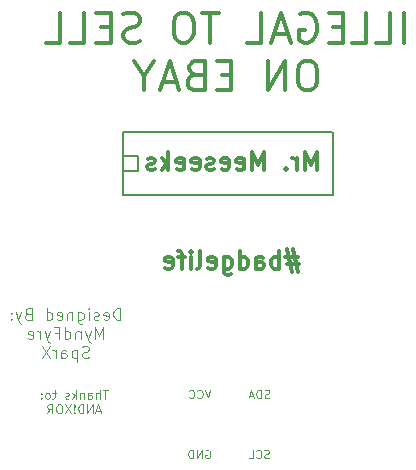
<source format=gbo>
G04 #@! TF.FileFunction,Legend,Bot*
%FSLAX46Y46*%
G04 Gerber Fmt 4.6, Leading zero omitted, Abs format (unit mm)*
G04 Created by KiCad (PCBNEW 4.0.7) date 05/31/18 15:48:07*
%MOMM*%
%LPD*%
G01*
G04 APERTURE LIST*
%ADD10C,0.100000*%
%ADD11C,0.300000*%
%ADD12C,0.150000*%
%ADD13C,2.100000*%
%ADD14O,2.100000X2.100000*%
%ADD15R,1.000000X0.900000*%
%ADD16R,2.400000X2.100000*%
%ADD17R,0.908000X1.543000*%
G04 APERTURE END LIST*
D10*
D11*
X113958401Y-89352152D02*
X113958401Y-86852152D01*
X111577449Y-89352152D02*
X112767925Y-89352152D01*
X112767925Y-86852152D01*
X109553639Y-89352152D02*
X110744115Y-89352152D01*
X110744115Y-86852152D01*
X108720305Y-88042629D02*
X107886972Y-88042629D01*
X107529829Y-89352152D02*
X108720305Y-89352152D01*
X108720305Y-86852152D01*
X107529829Y-86852152D01*
X105148876Y-86971200D02*
X105386971Y-86852152D01*
X105744114Y-86852152D01*
X106101257Y-86971200D01*
X106339352Y-87209295D01*
X106458400Y-87447390D01*
X106577448Y-87923581D01*
X106577448Y-88280724D01*
X106458400Y-88756914D01*
X106339352Y-88995010D01*
X106101257Y-89233105D01*
X105744114Y-89352152D01*
X105506019Y-89352152D01*
X105148876Y-89233105D01*
X105029828Y-89114057D01*
X105029828Y-88280724D01*
X105506019Y-88280724D01*
X104077448Y-88637867D02*
X102886971Y-88637867D01*
X104315543Y-89352152D02*
X103482209Y-86852152D01*
X102648876Y-89352152D01*
X100625067Y-89352152D02*
X101815543Y-89352152D01*
X101815543Y-86852152D01*
X98244114Y-86852152D02*
X96815542Y-86852152D01*
X97529828Y-89352152D02*
X97529828Y-86852152D01*
X95506018Y-86852152D02*
X95029828Y-86852152D01*
X94791733Y-86971200D01*
X94553637Y-87209295D01*
X94434590Y-87685486D01*
X94434590Y-88518819D01*
X94553637Y-88995010D01*
X94791733Y-89233105D01*
X95029828Y-89352152D01*
X95506018Y-89352152D01*
X95744114Y-89233105D01*
X95982209Y-88995010D01*
X96101257Y-88518819D01*
X96101257Y-87685486D01*
X95982209Y-87209295D01*
X95744114Y-86971200D01*
X95506018Y-86852152D01*
X91577447Y-89233105D02*
X91220304Y-89352152D01*
X90625066Y-89352152D01*
X90386970Y-89233105D01*
X90267923Y-89114057D01*
X90148875Y-88875962D01*
X90148875Y-88637867D01*
X90267923Y-88399771D01*
X90386970Y-88280724D01*
X90625066Y-88161676D01*
X91101256Y-88042629D01*
X91339351Y-87923581D01*
X91458399Y-87804533D01*
X91577447Y-87566438D01*
X91577447Y-87328343D01*
X91458399Y-87090248D01*
X91339351Y-86971200D01*
X91101256Y-86852152D01*
X90506018Y-86852152D01*
X90148875Y-86971200D01*
X89077447Y-88042629D02*
X88244114Y-88042629D01*
X87886971Y-89352152D02*
X89077447Y-89352152D01*
X89077447Y-86852152D01*
X87886971Y-86852152D01*
X85625066Y-89352152D02*
X86815542Y-89352152D01*
X86815542Y-86852152D01*
X83601256Y-89352152D02*
X84791732Y-89352152D01*
X84791732Y-86852152D01*
X105982209Y-90902152D02*
X105506019Y-90902152D01*
X105267924Y-91021200D01*
X105029828Y-91259295D01*
X104910781Y-91735486D01*
X104910781Y-92568819D01*
X105029828Y-93045010D01*
X105267924Y-93283105D01*
X105506019Y-93402152D01*
X105982209Y-93402152D01*
X106220305Y-93283105D01*
X106458400Y-93045010D01*
X106577448Y-92568819D01*
X106577448Y-91735486D01*
X106458400Y-91259295D01*
X106220305Y-91021200D01*
X105982209Y-90902152D01*
X103839352Y-93402152D02*
X103839352Y-90902152D01*
X102410780Y-93402152D01*
X102410780Y-90902152D01*
X99315542Y-92092629D02*
X98482209Y-92092629D01*
X98125066Y-93402152D02*
X99315542Y-93402152D01*
X99315542Y-90902152D01*
X98125066Y-90902152D01*
X96220304Y-92092629D02*
X95863161Y-92211676D01*
X95744113Y-92330724D01*
X95625065Y-92568819D01*
X95625065Y-92925962D01*
X95744113Y-93164057D01*
X95863161Y-93283105D01*
X96101256Y-93402152D01*
X97053637Y-93402152D01*
X97053637Y-90902152D01*
X96220304Y-90902152D01*
X95982208Y-91021200D01*
X95863161Y-91140248D01*
X95744113Y-91378343D01*
X95744113Y-91616438D01*
X95863161Y-91854533D01*
X95982208Y-91973581D01*
X96220304Y-92092629D01*
X97053637Y-92092629D01*
X94672685Y-92687867D02*
X93482208Y-92687867D01*
X94910780Y-93402152D02*
X94077446Y-90902152D01*
X93244113Y-93402152D01*
X91934589Y-92211676D02*
X91934589Y-93402152D01*
X92767923Y-90902152D02*
X91934589Y-92211676D01*
X91101256Y-90902152D01*
X106548297Y-100119571D02*
X106548297Y-98619571D01*
X106048297Y-99691000D01*
X105548297Y-98619571D01*
X105548297Y-100119571D01*
X104834011Y-100119571D02*
X104834011Y-99119571D01*
X104834011Y-99405286D02*
X104762583Y-99262429D01*
X104691154Y-99191000D01*
X104548297Y-99119571D01*
X104405440Y-99119571D01*
X103905440Y-99976714D02*
X103834012Y-100048143D01*
X103905440Y-100119571D01*
X103976869Y-100048143D01*
X103905440Y-99976714D01*
X103905440Y-100119571D01*
X102048297Y-100119571D02*
X102048297Y-98619571D01*
X101548297Y-99691000D01*
X101048297Y-98619571D01*
X101048297Y-100119571D01*
X99762583Y-100048143D02*
X99905440Y-100119571D01*
X100191154Y-100119571D01*
X100334011Y-100048143D01*
X100405440Y-99905286D01*
X100405440Y-99333857D01*
X100334011Y-99191000D01*
X100191154Y-99119571D01*
X99905440Y-99119571D01*
X99762583Y-99191000D01*
X99691154Y-99333857D01*
X99691154Y-99476714D01*
X100405440Y-99619571D01*
X98476869Y-100048143D02*
X98619726Y-100119571D01*
X98905440Y-100119571D01*
X99048297Y-100048143D01*
X99119726Y-99905286D01*
X99119726Y-99333857D01*
X99048297Y-99191000D01*
X98905440Y-99119571D01*
X98619726Y-99119571D01*
X98476869Y-99191000D01*
X98405440Y-99333857D01*
X98405440Y-99476714D01*
X99119726Y-99619571D01*
X97834012Y-100048143D02*
X97691155Y-100119571D01*
X97405440Y-100119571D01*
X97262583Y-100048143D01*
X97191155Y-99905286D01*
X97191155Y-99833857D01*
X97262583Y-99691000D01*
X97405440Y-99619571D01*
X97619726Y-99619571D01*
X97762583Y-99548143D01*
X97834012Y-99405286D01*
X97834012Y-99333857D01*
X97762583Y-99191000D01*
X97619726Y-99119571D01*
X97405440Y-99119571D01*
X97262583Y-99191000D01*
X95976869Y-100048143D02*
X96119726Y-100119571D01*
X96405440Y-100119571D01*
X96548297Y-100048143D01*
X96619726Y-99905286D01*
X96619726Y-99333857D01*
X96548297Y-99191000D01*
X96405440Y-99119571D01*
X96119726Y-99119571D01*
X95976869Y-99191000D01*
X95905440Y-99333857D01*
X95905440Y-99476714D01*
X96619726Y-99619571D01*
X94691155Y-100048143D02*
X94834012Y-100119571D01*
X95119726Y-100119571D01*
X95262583Y-100048143D01*
X95334012Y-99905286D01*
X95334012Y-99333857D01*
X95262583Y-99191000D01*
X95119726Y-99119571D01*
X94834012Y-99119571D01*
X94691155Y-99191000D01*
X94619726Y-99333857D01*
X94619726Y-99476714D01*
X95334012Y-99619571D01*
X93976869Y-100119571D02*
X93976869Y-98619571D01*
X93834012Y-99548143D02*
X93405441Y-100119571D01*
X93405441Y-99119571D02*
X93976869Y-99691000D01*
X92834012Y-100048143D02*
X92691155Y-100119571D01*
X92405440Y-100119571D01*
X92262583Y-100048143D01*
X92191155Y-99905286D01*
X92191155Y-99833857D01*
X92262583Y-99691000D01*
X92405440Y-99619571D01*
X92619726Y-99619571D01*
X92762583Y-99548143D01*
X92834012Y-99405286D01*
X92834012Y-99333857D01*
X92762583Y-99191000D01*
X92619726Y-99119571D01*
X92405440Y-99119571D01*
X92262583Y-99191000D01*
X104931457Y-107501571D02*
X103860028Y-107501571D01*
X104502885Y-106858714D02*
X104931457Y-108787286D01*
X104002885Y-108144429D02*
X105074314Y-108144429D01*
X104431457Y-108787286D02*
X104002885Y-106858714D01*
X103360028Y-108501571D02*
X103360028Y-107001571D01*
X103360028Y-107573000D02*
X103217171Y-107501571D01*
X102931457Y-107501571D01*
X102788600Y-107573000D01*
X102717171Y-107644429D01*
X102645742Y-107787286D01*
X102645742Y-108215857D01*
X102717171Y-108358714D01*
X102788600Y-108430143D01*
X102931457Y-108501571D01*
X103217171Y-108501571D01*
X103360028Y-108430143D01*
X101360028Y-108501571D02*
X101360028Y-107715857D01*
X101431457Y-107573000D01*
X101574314Y-107501571D01*
X101860028Y-107501571D01*
X102002885Y-107573000D01*
X101360028Y-108430143D02*
X101502885Y-108501571D01*
X101860028Y-108501571D01*
X102002885Y-108430143D01*
X102074314Y-108287286D01*
X102074314Y-108144429D01*
X102002885Y-108001571D01*
X101860028Y-107930143D01*
X101502885Y-107930143D01*
X101360028Y-107858714D01*
X100002885Y-108501571D02*
X100002885Y-107001571D01*
X100002885Y-108430143D02*
X100145742Y-108501571D01*
X100431456Y-108501571D01*
X100574314Y-108430143D01*
X100645742Y-108358714D01*
X100717171Y-108215857D01*
X100717171Y-107787286D01*
X100645742Y-107644429D01*
X100574314Y-107573000D01*
X100431456Y-107501571D01*
X100145742Y-107501571D01*
X100002885Y-107573000D01*
X98645742Y-107501571D02*
X98645742Y-108715857D01*
X98717171Y-108858714D01*
X98788599Y-108930143D01*
X98931456Y-109001571D01*
X99145742Y-109001571D01*
X99288599Y-108930143D01*
X98645742Y-108430143D02*
X98788599Y-108501571D01*
X99074313Y-108501571D01*
X99217171Y-108430143D01*
X99288599Y-108358714D01*
X99360028Y-108215857D01*
X99360028Y-107787286D01*
X99288599Y-107644429D01*
X99217171Y-107573000D01*
X99074313Y-107501571D01*
X98788599Y-107501571D01*
X98645742Y-107573000D01*
X97360028Y-108430143D02*
X97502885Y-108501571D01*
X97788599Y-108501571D01*
X97931456Y-108430143D01*
X98002885Y-108287286D01*
X98002885Y-107715857D01*
X97931456Y-107573000D01*
X97788599Y-107501571D01*
X97502885Y-107501571D01*
X97360028Y-107573000D01*
X97288599Y-107715857D01*
X97288599Y-107858714D01*
X98002885Y-108001571D01*
X96431456Y-108501571D02*
X96574314Y-108430143D01*
X96645742Y-108287286D01*
X96645742Y-107001571D01*
X95860028Y-108501571D02*
X95860028Y-107501571D01*
X95860028Y-107001571D02*
X95931457Y-107073000D01*
X95860028Y-107144429D01*
X95788600Y-107073000D01*
X95860028Y-107001571D01*
X95860028Y-107144429D01*
X95360028Y-107501571D02*
X94788599Y-107501571D01*
X95145742Y-108501571D02*
X95145742Y-107215857D01*
X95074314Y-107073000D01*
X94931456Y-107001571D01*
X94788599Y-107001571D01*
X93717171Y-108430143D02*
X93860028Y-108501571D01*
X94145742Y-108501571D01*
X94288599Y-108430143D01*
X94360028Y-108287286D01*
X94360028Y-107715857D01*
X94288599Y-107573000D01*
X94145742Y-107501571D01*
X93860028Y-107501571D01*
X93717171Y-107573000D01*
X93645742Y-107715857D01*
X93645742Y-107858714D01*
X94360028Y-108001571D01*
D10*
X88836142Y-118763186D02*
X88407571Y-118763186D01*
X88621857Y-119513186D02*
X88621857Y-118763186D01*
X88157571Y-119513186D02*
X88157571Y-118763186D01*
X87836142Y-119513186D02*
X87836142Y-119120329D01*
X87871856Y-119048900D01*
X87943285Y-119013186D01*
X88050428Y-119013186D01*
X88121856Y-119048900D01*
X88157571Y-119084614D01*
X87157571Y-119513186D02*
X87157571Y-119120329D01*
X87193285Y-119048900D01*
X87264714Y-119013186D01*
X87407571Y-119013186D01*
X87479000Y-119048900D01*
X87157571Y-119477471D02*
X87229000Y-119513186D01*
X87407571Y-119513186D01*
X87479000Y-119477471D01*
X87514714Y-119406043D01*
X87514714Y-119334614D01*
X87479000Y-119263186D01*
X87407571Y-119227471D01*
X87229000Y-119227471D01*
X87157571Y-119191757D01*
X86800429Y-119013186D02*
X86800429Y-119513186D01*
X86800429Y-119084614D02*
X86764714Y-119048900D01*
X86693286Y-119013186D01*
X86586143Y-119013186D01*
X86514714Y-119048900D01*
X86479000Y-119120329D01*
X86479000Y-119513186D01*
X86121858Y-119513186D02*
X86121858Y-118763186D01*
X86050429Y-119227471D02*
X85836143Y-119513186D01*
X85836143Y-119013186D02*
X86121858Y-119298900D01*
X85550429Y-119477471D02*
X85479000Y-119513186D01*
X85336143Y-119513186D01*
X85264715Y-119477471D01*
X85229000Y-119406043D01*
X85229000Y-119370329D01*
X85264715Y-119298900D01*
X85336143Y-119263186D01*
X85443286Y-119263186D01*
X85514715Y-119227471D01*
X85550429Y-119156043D01*
X85550429Y-119120329D01*
X85514715Y-119048900D01*
X85443286Y-119013186D01*
X85336143Y-119013186D01*
X85264715Y-119048900D01*
X84443285Y-119013186D02*
X84157571Y-119013186D01*
X84336143Y-118763186D02*
X84336143Y-119406043D01*
X84300428Y-119477471D01*
X84229000Y-119513186D01*
X84157571Y-119513186D01*
X83800429Y-119513186D02*
X83871857Y-119477471D01*
X83907572Y-119441757D01*
X83943286Y-119370329D01*
X83943286Y-119156043D01*
X83907572Y-119084614D01*
X83871857Y-119048900D01*
X83800429Y-119013186D01*
X83693286Y-119013186D01*
X83621857Y-119048900D01*
X83586143Y-119084614D01*
X83550429Y-119156043D01*
X83550429Y-119370329D01*
X83586143Y-119441757D01*
X83621857Y-119477471D01*
X83693286Y-119513186D01*
X83800429Y-119513186D01*
X83229001Y-119441757D02*
X83193286Y-119477471D01*
X83229001Y-119513186D01*
X83264715Y-119477471D01*
X83229001Y-119441757D01*
X83229001Y-119513186D01*
X83229001Y-119048900D02*
X83193286Y-119084614D01*
X83229001Y-119120329D01*
X83264715Y-119084614D01*
X83229001Y-119048900D01*
X83229001Y-119120329D01*
X88229000Y-120523900D02*
X87871857Y-120523900D01*
X88300428Y-120738186D02*
X88050428Y-119988186D01*
X87800428Y-120738186D01*
X87550429Y-120738186D02*
X87550429Y-119988186D01*
X87121857Y-120738186D01*
X87121857Y-119988186D01*
X86764715Y-120738186D02*
X86764715Y-119988186D01*
X86586143Y-119988186D01*
X86479000Y-120023900D01*
X86407572Y-120095329D01*
X86371857Y-120166757D01*
X86336143Y-120309614D01*
X86336143Y-120416757D01*
X86371857Y-120559614D01*
X86407572Y-120631043D01*
X86479000Y-120702471D01*
X86586143Y-120738186D01*
X86764715Y-120738186D01*
X86014715Y-120666757D02*
X85979000Y-120702471D01*
X86014715Y-120738186D01*
X86050429Y-120702471D01*
X86014715Y-120666757D01*
X86014715Y-120738186D01*
X86014715Y-120452471D02*
X86050429Y-120023900D01*
X86014715Y-119988186D01*
X85979000Y-120023900D01*
X86014715Y-120452471D01*
X86014715Y-119988186D01*
X85729000Y-119988186D02*
X85229000Y-120738186D01*
X85229000Y-119988186D02*
X85729000Y-120738186D01*
X84800428Y-119988186D02*
X84657571Y-119988186D01*
X84586143Y-120023900D01*
X84514714Y-120095329D01*
X84479000Y-120238186D01*
X84479000Y-120488186D01*
X84514714Y-120631043D01*
X84586143Y-120702471D01*
X84657571Y-120738186D01*
X84800428Y-120738186D01*
X84871857Y-120702471D01*
X84943286Y-120631043D01*
X84979000Y-120488186D01*
X84979000Y-120238186D01*
X84943286Y-120095329D01*
X84871857Y-120023900D01*
X84800428Y-119988186D01*
X83729000Y-120738186D02*
X83979000Y-120381043D01*
X84157572Y-120738186D02*
X84157572Y-119988186D01*
X83871857Y-119988186D01*
X83800429Y-120023900D01*
X83764714Y-120059614D01*
X83729000Y-120131043D01*
X83729000Y-120238186D01*
X83764714Y-120309614D01*
X83800429Y-120345329D01*
X83871857Y-120381043D01*
X84157572Y-120381043D01*
X89891928Y-112847581D02*
X89891928Y-111847581D01*
X89653833Y-111847581D01*
X89510975Y-111895200D01*
X89415737Y-111990438D01*
X89368118Y-112085676D01*
X89320499Y-112276152D01*
X89320499Y-112419010D01*
X89368118Y-112609486D01*
X89415737Y-112704724D01*
X89510975Y-112799962D01*
X89653833Y-112847581D01*
X89891928Y-112847581D01*
X88510975Y-112799962D02*
X88606213Y-112847581D01*
X88796690Y-112847581D01*
X88891928Y-112799962D01*
X88939547Y-112704724D01*
X88939547Y-112323771D01*
X88891928Y-112228533D01*
X88796690Y-112180914D01*
X88606213Y-112180914D01*
X88510975Y-112228533D01*
X88463356Y-112323771D01*
X88463356Y-112419010D01*
X88939547Y-112514248D01*
X88082404Y-112799962D02*
X87987166Y-112847581D01*
X87796690Y-112847581D01*
X87701451Y-112799962D01*
X87653832Y-112704724D01*
X87653832Y-112657105D01*
X87701451Y-112561867D01*
X87796690Y-112514248D01*
X87939547Y-112514248D01*
X88034785Y-112466629D01*
X88082404Y-112371390D01*
X88082404Y-112323771D01*
X88034785Y-112228533D01*
X87939547Y-112180914D01*
X87796690Y-112180914D01*
X87701451Y-112228533D01*
X87225261Y-112847581D02*
X87225261Y-112180914D01*
X87225261Y-111847581D02*
X87272880Y-111895200D01*
X87225261Y-111942819D01*
X87177642Y-111895200D01*
X87225261Y-111847581D01*
X87225261Y-111942819D01*
X86320499Y-112180914D02*
X86320499Y-112990438D01*
X86368118Y-113085676D01*
X86415737Y-113133295D01*
X86510976Y-113180914D01*
X86653833Y-113180914D01*
X86749071Y-113133295D01*
X86320499Y-112799962D02*
X86415737Y-112847581D01*
X86606214Y-112847581D01*
X86701452Y-112799962D01*
X86749071Y-112752343D01*
X86796690Y-112657105D01*
X86796690Y-112371390D01*
X86749071Y-112276152D01*
X86701452Y-112228533D01*
X86606214Y-112180914D01*
X86415737Y-112180914D01*
X86320499Y-112228533D01*
X85844309Y-112180914D02*
X85844309Y-112847581D01*
X85844309Y-112276152D02*
X85796690Y-112228533D01*
X85701452Y-112180914D01*
X85558594Y-112180914D01*
X85463356Y-112228533D01*
X85415737Y-112323771D01*
X85415737Y-112847581D01*
X84558594Y-112799962D02*
X84653832Y-112847581D01*
X84844309Y-112847581D01*
X84939547Y-112799962D01*
X84987166Y-112704724D01*
X84987166Y-112323771D01*
X84939547Y-112228533D01*
X84844309Y-112180914D01*
X84653832Y-112180914D01*
X84558594Y-112228533D01*
X84510975Y-112323771D01*
X84510975Y-112419010D01*
X84987166Y-112514248D01*
X83653832Y-112847581D02*
X83653832Y-111847581D01*
X83653832Y-112799962D02*
X83749070Y-112847581D01*
X83939547Y-112847581D01*
X84034785Y-112799962D01*
X84082404Y-112752343D01*
X84130023Y-112657105D01*
X84130023Y-112371390D01*
X84082404Y-112276152D01*
X84034785Y-112228533D01*
X83939547Y-112180914D01*
X83749070Y-112180914D01*
X83653832Y-112228533D01*
X82082403Y-112323771D02*
X81939546Y-112371390D01*
X81891927Y-112419010D01*
X81844308Y-112514248D01*
X81844308Y-112657105D01*
X81891927Y-112752343D01*
X81939546Y-112799962D01*
X82034784Y-112847581D01*
X82415737Y-112847581D01*
X82415737Y-111847581D01*
X82082403Y-111847581D01*
X81987165Y-111895200D01*
X81939546Y-111942819D01*
X81891927Y-112038057D01*
X81891927Y-112133295D01*
X81939546Y-112228533D01*
X81987165Y-112276152D01*
X82082403Y-112323771D01*
X82415737Y-112323771D01*
X81510975Y-112180914D02*
X81272880Y-112847581D01*
X81034784Y-112180914D02*
X81272880Y-112847581D01*
X81368118Y-113085676D01*
X81415737Y-113133295D01*
X81510975Y-113180914D01*
X80653832Y-112752343D02*
X80606213Y-112799962D01*
X80653832Y-112847581D01*
X80701451Y-112799962D01*
X80653832Y-112752343D01*
X80653832Y-112847581D01*
X80653832Y-112228533D02*
X80606213Y-112276152D01*
X80653832Y-112323771D01*
X80701451Y-112276152D01*
X80653832Y-112228533D01*
X80653832Y-112323771D01*
X88439547Y-114447581D02*
X88439547Y-113447581D01*
X88106213Y-114161867D01*
X87772880Y-113447581D01*
X87772880Y-114447581D01*
X87391928Y-113780914D02*
X87153833Y-114447581D01*
X86915737Y-113780914D02*
X87153833Y-114447581D01*
X87249071Y-114685676D01*
X87296690Y-114733295D01*
X87391928Y-114780914D01*
X86534785Y-113780914D02*
X86534785Y-114447581D01*
X86534785Y-113876152D02*
X86487166Y-113828533D01*
X86391928Y-113780914D01*
X86249070Y-113780914D01*
X86153832Y-113828533D01*
X86106213Y-113923771D01*
X86106213Y-114447581D01*
X85201451Y-114447581D02*
X85201451Y-113447581D01*
X85201451Y-114399962D02*
X85296689Y-114447581D01*
X85487166Y-114447581D01*
X85582404Y-114399962D01*
X85630023Y-114352343D01*
X85677642Y-114257105D01*
X85677642Y-113971390D01*
X85630023Y-113876152D01*
X85582404Y-113828533D01*
X85487166Y-113780914D01*
X85296689Y-113780914D01*
X85201451Y-113828533D01*
X84391927Y-113923771D02*
X84725261Y-113923771D01*
X84725261Y-114447581D02*
X84725261Y-113447581D01*
X84249070Y-113447581D01*
X83963356Y-113780914D02*
X83725261Y-114447581D01*
X83487165Y-113780914D02*
X83725261Y-114447581D01*
X83820499Y-114685676D01*
X83868118Y-114733295D01*
X83963356Y-114780914D01*
X83106213Y-114447581D02*
X83106213Y-113780914D01*
X83106213Y-113971390D02*
X83058594Y-113876152D01*
X83010975Y-113828533D01*
X82915737Y-113780914D01*
X82820498Y-113780914D01*
X82106212Y-114399962D02*
X82201450Y-114447581D01*
X82391927Y-114447581D01*
X82487165Y-114399962D01*
X82534784Y-114304724D01*
X82534784Y-113923771D01*
X82487165Y-113828533D01*
X82391927Y-113780914D01*
X82201450Y-113780914D01*
X82106212Y-113828533D01*
X82058593Y-113923771D01*
X82058593Y-114019010D01*
X82534784Y-114114248D01*
X87249071Y-115999962D02*
X87106214Y-116047581D01*
X86868118Y-116047581D01*
X86772880Y-115999962D01*
X86725261Y-115952343D01*
X86677642Y-115857105D01*
X86677642Y-115761867D01*
X86725261Y-115666629D01*
X86772880Y-115619010D01*
X86868118Y-115571390D01*
X87058595Y-115523771D01*
X87153833Y-115476152D01*
X87201452Y-115428533D01*
X87249071Y-115333295D01*
X87249071Y-115238057D01*
X87201452Y-115142819D01*
X87153833Y-115095200D01*
X87058595Y-115047581D01*
X86820499Y-115047581D01*
X86677642Y-115095200D01*
X86249071Y-115380914D02*
X86249071Y-116380914D01*
X86249071Y-115428533D02*
X86153833Y-115380914D01*
X85963356Y-115380914D01*
X85868118Y-115428533D01*
X85820499Y-115476152D01*
X85772880Y-115571390D01*
X85772880Y-115857105D01*
X85820499Y-115952343D01*
X85868118Y-115999962D01*
X85963356Y-116047581D01*
X86153833Y-116047581D01*
X86249071Y-115999962D01*
X84915737Y-116047581D02*
X84915737Y-115523771D01*
X84963356Y-115428533D01*
X85058594Y-115380914D01*
X85249071Y-115380914D01*
X85344309Y-115428533D01*
X84915737Y-115999962D02*
X85010975Y-116047581D01*
X85249071Y-116047581D01*
X85344309Y-115999962D01*
X85391928Y-115904724D01*
X85391928Y-115809486D01*
X85344309Y-115714248D01*
X85249071Y-115666629D01*
X85010975Y-115666629D01*
X84915737Y-115619010D01*
X84439547Y-116047581D02*
X84439547Y-115380914D01*
X84439547Y-115571390D02*
X84391928Y-115476152D01*
X84344309Y-115428533D01*
X84249071Y-115380914D01*
X84153832Y-115380914D01*
X83915737Y-115047581D02*
X83249070Y-116047581D01*
X83249070Y-115047581D02*
X83915737Y-116047581D01*
D12*
X107784900Y-96913700D02*
X90131900Y-96913700D01*
X90131900Y-102247700D02*
X107911900Y-102247700D01*
X107911900Y-96913700D02*
X107911900Y-102247700D01*
X90131900Y-102247700D02*
X90131900Y-96913700D01*
X90131900Y-100215700D02*
X91401900Y-100215700D01*
X91401900Y-100215700D02*
X91401900Y-98945700D01*
X91401900Y-98945700D02*
X90131900Y-98945700D01*
D10*
X102526200Y-119434733D02*
X102426200Y-119468067D01*
X102259533Y-119468067D01*
X102192866Y-119434733D01*
X102159533Y-119401400D01*
X102126200Y-119334733D01*
X102126200Y-119268067D01*
X102159533Y-119201400D01*
X102192866Y-119168067D01*
X102259533Y-119134733D01*
X102392866Y-119101400D01*
X102459533Y-119068067D01*
X102492866Y-119034733D01*
X102526200Y-118968067D01*
X102526200Y-118901400D01*
X102492866Y-118834733D01*
X102459533Y-118801400D01*
X102392866Y-118768067D01*
X102226200Y-118768067D01*
X102126200Y-118801400D01*
X101826199Y-119468067D02*
X101826199Y-118768067D01*
X101659533Y-118768067D01*
X101559533Y-118801400D01*
X101492866Y-118868067D01*
X101459533Y-118934733D01*
X101426199Y-119068067D01*
X101426199Y-119168067D01*
X101459533Y-119301400D01*
X101492866Y-119368067D01*
X101559533Y-119434733D01*
X101659533Y-119468067D01*
X101826199Y-119468067D01*
X101159533Y-119268067D02*
X100826199Y-119268067D01*
X101226199Y-119468067D02*
X100992866Y-118768067D01*
X100759533Y-119468067D01*
X102509534Y-124514733D02*
X102409534Y-124548067D01*
X102242867Y-124548067D01*
X102176200Y-124514733D01*
X102142867Y-124481400D01*
X102109534Y-124414733D01*
X102109534Y-124348067D01*
X102142867Y-124281400D01*
X102176200Y-124248067D01*
X102242867Y-124214733D01*
X102376200Y-124181400D01*
X102442867Y-124148067D01*
X102476200Y-124114733D01*
X102509534Y-124048067D01*
X102509534Y-123981400D01*
X102476200Y-123914733D01*
X102442867Y-123881400D01*
X102376200Y-123848067D01*
X102209534Y-123848067D01*
X102109534Y-123881400D01*
X101409533Y-124481400D02*
X101442867Y-124514733D01*
X101542867Y-124548067D01*
X101609533Y-124548067D01*
X101709533Y-124514733D01*
X101776200Y-124448067D01*
X101809533Y-124381400D01*
X101842867Y-124248067D01*
X101842867Y-124148067D01*
X101809533Y-124014733D01*
X101776200Y-123948067D01*
X101709533Y-123881400D01*
X101609533Y-123848067D01*
X101542867Y-123848067D01*
X101442867Y-123881400D01*
X101409533Y-123914733D01*
X100776200Y-124548067D02*
X101109533Y-124548067D01*
X101109533Y-123848067D01*
X97129533Y-123881400D02*
X97196199Y-123848067D01*
X97296199Y-123848067D01*
X97396199Y-123881400D01*
X97462866Y-123948067D01*
X97496199Y-124014733D01*
X97529533Y-124148067D01*
X97529533Y-124248067D01*
X97496199Y-124381400D01*
X97462866Y-124448067D01*
X97396199Y-124514733D01*
X97296199Y-124548067D01*
X97229533Y-124548067D01*
X97129533Y-124514733D01*
X97096199Y-124481400D01*
X97096199Y-124248067D01*
X97229533Y-124248067D01*
X96796199Y-124548067D02*
X96796199Y-123848067D01*
X96396199Y-124548067D01*
X96396199Y-123848067D01*
X96062866Y-124548067D02*
X96062866Y-123848067D01*
X95896200Y-123848067D01*
X95796200Y-123881400D01*
X95729533Y-123948067D01*
X95696200Y-124014733D01*
X95662866Y-124148067D01*
X95662866Y-124248067D01*
X95696200Y-124381400D01*
X95729533Y-124448067D01*
X95796200Y-124514733D01*
X95896200Y-124548067D01*
X96062866Y-124548067D01*
X97529533Y-118768067D02*
X97296200Y-119468067D01*
X97062867Y-118768067D01*
X96429533Y-119401400D02*
X96462867Y-119434733D01*
X96562867Y-119468067D01*
X96629533Y-119468067D01*
X96729533Y-119434733D01*
X96796200Y-119368067D01*
X96829533Y-119301400D01*
X96862867Y-119168067D01*
X96862867Y-119068067D01*
X96829533Y-118934733D01*
X96796200Y-118868067D01*
X96729533Y-118801400D01*
X96629533Y-118768067D01*
X96562867Y-118768067D01*
X96462867Y-118801400D01*
X96429533Y-118834733D01*
X95729533Y-119401400D02*
X95762867Y-119434733D01*
X95862867Y-119468067D01*
X95929533Y-119468067D01*
X96029533Y-119434733D01*
X96096200Y-119368067D01*
X96129533Y-119301400D01*
X96162867Y-119168067D01*
X96162867Y-119068067D01*
X96129533Y-118934733D01*
X96096200Y-118868067D01*
X96029533Y-118801400D01*
X95929533Y-118768067D01*
X95862867Y-118768067D01*
X95762867Y-118801400D01*
X95729533Y-118834733D01*
%LPC*%
D13*
X100406200Y-120421400D03*
D14*
X100406200Y-122961400D03*
X97866200Y-120421400D03*
X97866200Y-122961400D03*
D15*
X115805040Y-99100640D03*
X114705040Y-99100640D03*
D10*
G36*
X111554419Y-80047534D02*
X110700272Y-81965980D01*
X108507763Y-80989812D01*
X109361910Y-79071366D01*
X111554419Y-80047534D01*
X111554419Y-80047534D01*
G37*
G36*
X107900237Y-78420588D02*
X107046090Y-80339034D01*
X104853581Y-79362866D01*
X105707728Y-77444420D01*
X107900237Y-78420588D01*
X107900237Y-78420588D01*
G37*
G36*
X75332298Y-98960891D02*
X77424307Y-98777864D01*
X77633480Y-101168731D01*
X75541471Y-101351758D01*
X75332298Y-98960891D01*
X75332298Y-98960891D01*
G37*
G36*
X75680920Y-102945669D02*
X77772929Y-102762642D01*
X77982102Y-105153509D01*
X75890093Y-105336536D01*
X75680920Y-102945669D01*
X75680920Y-102945669D01*
G37*
G36*
X77933387Y-89699463D02*
X79906741Y-90417705D01*
X79085893Y-92672967D01*
X77112539Y-91954725D01*
X77933387Y-89699463D01*
X77933387Y-89699463D01*
G37*
G36*
X76565307Y-93458233D02*
X78538661Y-94176475D01*
X77717813Y-96431737D01*
X75744459Y-95713495D01*
X76565307Y-93458233D01*
X76565307Y-93458233D01*
G37*
G36*
X83910916Y-82161749D02*
X85471520Y-83566923D01*
X83865606Y-85350471D01*
X82305002Y-83945297D01*
X83910916Y-82161749D01*
X83910916Y-82161749D01*
G37*
G36*
X81234394Y-85134329D02*
X82794998Y-86539503D01*
X81189084Y-88323051D01*
X79628480Y-86917877D01*
X81234394Y-85134329D01*
X81234394Y-85134329D01*
G37*
G36*
X92220036Y-77553598D02*
X93107535Y-79456844D01*
X90932396Y-80471128D01*
X90044897Y-78567882D01*
X92220036Y-77553598D01*
X92220036Y-77553598D01*
G37*
G36*
X88594804Y-79244072D02*
X89482303Y-81147318D01*
X87307164Y-82161602D01*
X86419665Y-80258356D01*
X88594804Y-79244072D01*
X88594804Y-79244072D01*
G37*
D16*
X100755200Y-77876400D03*
X96755200Y-77876400D03*
D10*
G36*
X118634467Y-87171215D02*
X117025773Y-88521069D01*
X115483083Y-86682563D01*
X117091777Y-85332709D01*
X118634467Y-87171215D01*
X118634467Y-87171215D01*
G37*
G36*
X116063317Y-84107037D02*
X114454623Y-85456891D01*
X112911933Y-83618385D01*
X114520627Y-82268531D01*
X116063317Y-84107037D01*
X116063317Y-84107037D01*
G37*
G36*
X122527941Y-95662695D02*
X120554587Y-96380937D01*
X119733739Y-94125675D01*
X121707093Y-93407433D01*
X122527941Y-95662695D01*
X122527941Y-95662695D01*
G37*
G36*
X121159861Y-91903925D02*
X119186507Y-92622167D01*
X118365659Y-90366905D01*
X120339013Y-89648663D01*
X121159861Y-91903925D01*
X121159861Y-91903925D01*
G37*
G36*
X122331507Y-105285736D02*
X120239498Y-105102709D01*
X120448671Y-102711842D01*
X122540680Y-102894869D01*
X122331507Y-105285736D01*
X122331507Y-105285736D01*
G37*
G36*
X122680129Y-101300958D02*
X120588120Y-101117931D01*
X120797293Y-98727064D01*
X122889302Y-98910091D01*
X122680129Y-101300958D01*
X122680129Y-101300958D01*
G37*
D17*
X90766900Y-96024700D03*
X92036900Y-96024700D03*
X93306900Y-96024700D03*
X94576900Y-96024700D03*
X95846900Y-96024700D03*
X97116900Y-96024700D03*
X98386900Y-96024700D03*
X99656900Y-96024700D03*
X100926900Y-96024700D03*
X102196900Y-96024700D03*
X103466900Y-96024700D03*
X104736900Y-96024700D03*
X106006900Y-96024700D03*
X107276900Y-96024700D03*
X107276900Y-103136700D03*
X106006900Y-103136700D03*
X104736900Y-103136700D03*
X103466900Y-103136700D03*
X102196900Y-103136700D03*
X100926900Y-103136700D03*
X99656900Y-103136700D03*
X98386900Y-103136700D03*
X97116900Y-103136700D03*
X95846900Y-103136700D03*
X94576900Y-103136700D03*
X93306900Y-103136700D03*
X92036900Y-103136700D03*
X90766900Y-103136700D03*
M02*

</source>
